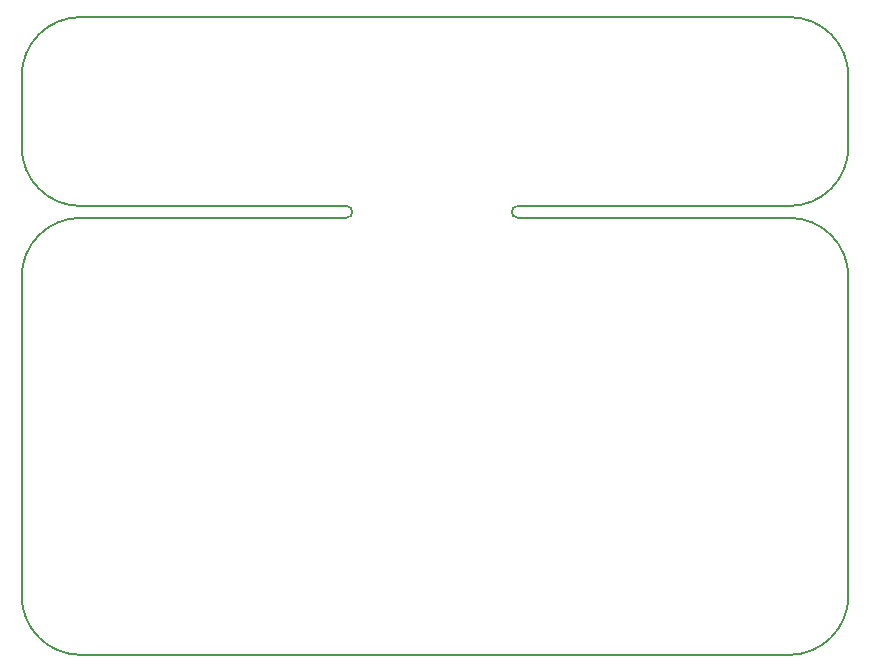
<source format=gbr>
G04 #@! TF.GenerationSoftware,KiCad,Pcbnew,(5.0.2)-1*
G04 #@! TF.CreationDate,2020-01-01T22:46:37+01:00*
G04 #@! TF.ProjectId,clock,636c6f63-6b2e-46b6-9963-61645f706362,rev?*
G04 #@! TF.SameCoordinates,Original*
G04 #@! TF.FileFunction,Profile,NP*
%FSLAX46Y46*%
G04 Gerber Fmt 4.6, Leading zero omitted, Abs format (unit mm)*
G04 Created by KiCad (PCBNEW (5.0.2)-1) date 01/01/2020 22:46:37*
%MOMM*%
%LPD*%
G01*
G04 APERTURE LIST*
%ADD10C,0.150000*%
%ADD11C,0.200000*%
G04 APERTURE END LIST*
D10*
X131500000Y-58000000D02*
X109000000Y-58000000D01*
X109000000Y-57000000D02*
X131500000Y-57000000D01*
X146000000Y-58000000D02*
X169000000Y-58000000D01*
X146000000Y-57000000D02*
X169000000Y-57000000D01*
X146000000Y-58000000D02*
G75*
G02X146000000Y-57000000I0J500000D01*
G01*
X131500000Y-57000000D02*
G75*
G02X131500000Y-58000000I0J-500000D01*
G01*
X174000000Y-52000000D02*
G75*
G02X169000000Y-57000000I-5000000J0D01*
G01*
X109000000Y-57000000D02*
G75*
G02X104000000Y-52000000I0J5000000D01*
G01*
X169000000Y-41000000D02*
G75*
G02X174000000Y-46000000I0J-5000000D01*
G01*
X104000000Y-46000000D02*
G75*
G02X109000000Y-41000000I5000000J0D01*
G01*
X174000000Y-52000000D02*
X174000000Y-46000000D01*
X104000000Y-46000000D02*
X104000000Y-52000000D01*
X109000000Y-41000000D02*
X169000000Y-41000000D01*
X104000000Y-63000000D02*
G75*
G02X109000000Y-58000000I5000000J0D01*
G01*
X169000000Y-58000000D02*
G75*
G02X174000000Y-63000000I0J-5000000D01*
G01*
X104000000Y-90000000D02*
X104000000Y-63000000D01*
X174000000Y-90000000D02*
X174000000Y-63000000D01*
X109000000Y-95000000D02*
G75*
G02X104000000Y-90000000I0J5000000D01*
G01*
X174000000Y-90000000D02*
G75*
G02X169000000Y-95000000I-5000000J0D01*
G01*
D11*
X169000000Y-95000000D02*
X109000000Y-95000000D01*
M02*

</source>
